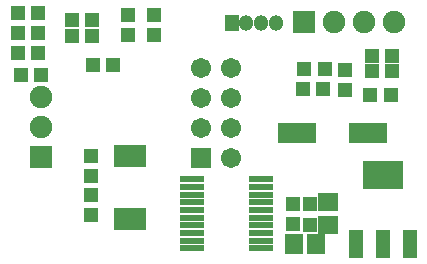
<source format=gbr>
G04 DipTrace 3.3.1.3*
G04 TopMask.gbr*
%MOIN*%
G04 #@! TF.FileFunction,Soldermask,Top*
G04 #@! TF.Part,Single*
%ADD51R,0.110236X0.074803*%
%ADD53R,0.135827X0.09252*%
%ADD55R,0.045276X0.09252*%
%ADD57R,0.07874X0.023622*%
%ADD59O,0.049213X0.05315*%
%ADD61R,0.049213X0.05315*%
%ADD63R,0.125984X0.066929*%
%ADD65C,0.074803*%
%ADD67R,0.074803X0.074803*%
%ADD71C,0.067244*%
%ADD73R,0.067244X0.067244*%
%ADD77R,0.059055X0.066929*%
%ADD79R,0.066929X0.059055*%
%ADD81R,0.047244X0.051181*%
%ADD83R,0.051181X0.047244*%
%FSLAX26Y26*%
G04*
G70*
G90*
G75*
G01*
G04 TopMask*
%LPD*%
D83*
X1631612Y1069177D3*
X1698541D3*
D81*
X1366941Y623793D3*
Y556864D3*
X1422144Y622811D3*
Y555882D3*
X694500Y786037D3*
Y719108D3*
X693262Y587993D3*
Y654923D3*
D83*
X1401112Y1006999D3*
X1468041D3*
D77*
X1369395Y489563D3*
X1444198D3*
D79*
X1485049Y630680D3*
Y555877D3*
D83*
X450182Y1126546D3*
X517112D3*
X450050Y1194100D3*
X516979D3*
X449736Y1260046D3*
X516665D3*
D73*
X1060412Y778052D3*
D71*
X1160412Y1078052D3*
Y978052D3*
Y878052D3*
Y778052D3*
X1060412Y878052D3*
Y978052D3*
Y1078052D3*
D83*
X766059Y1088647D3*
X699130D3*
X629504Y1184180D3*
X696433D3*
X629440Y1238793D3*
X696369D3*
X1625004Y989003D3*
X1691933D3*
X1404984Y1074643D3*
X1471913D3*
D81*
X1541668Y1004693D3*
Y1071622D3*
D83*
X1629648Y1119427D3*
X1696577D3*
D81*
X816451Y1188799D3*
Y1255728D3*
X903728Y1189049D3*
Y1255978D3*
D83*
X459092Y1053182D3*
X526021D3*
D67*
X527479Y780333D3*
D65*
Y880333D3*
Y980333D3*
D67*
X1402024Y1230612D3*
D65*
X1502024D3*
X1602024D3*
X1702024D3*
D63*
X1379815Y862413D3*
X1617365D3*
D61*
X1162214Y1228508D3*
D59*
X1211427D3*
X1260639D3*
X1309852D3*
D57*
X1030587Y707280D3*
Y681689D3*
Y656098D3*
Y630508D3*
Y604917D3*
Y579327D3*
Y553736D3*
Y528146D3*
Y502555D3*
Y476965D3*
X1258941D3*
X1258933Y502555D3*
Y528146D3*
Y553736D3*
Y579327D3*
Y604917D3*
Y630508D3*
Y656098D3*
Y681689D3*
Y707280D3*
D55*
X1576478Y491683D3*
X1667029D3*
X1757581D3*
D53*
X1667029Y720029D3*
D51*
X823550Y575845D3*
Y784507D3*
M02*

</source>
